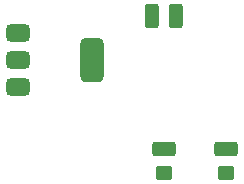
<source format=gbr>
%TF.GenerationSoftware,KiCad,Pcbnew,9.0.6-9.0.6~ubuntu24.04.1*%
%TF.CreationDate,2025-12-31T19:02:38+05:30*%
%TF.ProjectId,wled-esp01-controller,776c6564-2d65-4737-9030-312d636f6e74,rev?*%
%TF.SameCoordinates,PX5ee3fe0PY57f9f90*%
%TF.FileFunction,Paste,Bot*%
%TF.FilePolarity,Positive*%
%FSLAX46Y46*%
G04 Gerber Fmt 4.6, Leading zero omitted, Abs format (unit mm)*
G04 Created by KiCad (PCBNEW 9.0.6-9.0.6~ubuntu24.04.1) date 2025-12-31 19:02:38*
%MOMM*%
%LPD*%
G01*
G04 APERTURE LIST*
G04 Aperture macros list*
%AMRoundRect*
0 Rectangle with rounded corners*
0 $1 Rounding radius*
0 $2 $3 $4 $5 $6 $7 $8 $9 X,Y pos of 4 corners*
0 Add a 4 corners polygon primitive as box body*
4,1,4,$2,$3,$4,$5,$6,$7,$8,$9,$2,$3,0*
0 Add four circle primitives for the rounded corners*
1,1,$1+$1,$2,$3*
1,1,$1+$1,$4,$5*
1,1,$1+$1,$6,$7*
1,1,$1+$1,$8,$9*
0 Add four rect primitives between the rounded corners*
20,1,$1+$1,$2,$3,$4,$5,0*
20,1,$1+$1,$4,$5,$6,$7,0*
20,1,$1+$1,$6,$7,$8,$9,0*
20,1,$1+$1,$8,$9,$2,$3,0*%
G04 Aperture macros list end*
%ADD10RoundRect,0.250000X0.450000X-0.350000X0.450000X0.350000X-0.450000X0.350000X-0.450000X-0.350000X0*%
%ADD11RoundRect,0.250000X0.770000X-0.350000X0.770000X0.350000X-0.770000X0.350000X-0.770000X-0.350000X0*%
%ADD12RoundRect,0.375000X-0.625000X-0.375000X0.625000X-0.375000X0.625000X0.375000X-0.625000X0.375000X0*%
%ADD13RoundRect,0.500000X-0.500000X-1.400000X0.500000X-1.400000X0.500000X1.400000X-0.500000X1.400000X0*%
%ADD14RoundRect,0.250000X0.350000X0.770000X-0.350000X0.770000X-0.350000X-0.770000X0.350000X-0.770000X0*%
G04 APERTURE END LIST*
D10*
%TO.C,R2*%
X22750000Y2500000D03*
D11*
X22750000Y4500000D03*
%TD*%
D10*
%TO.C,R1*%
X17500000Y2500000D03*
D11*
X17500000Y4500000D03*
%TD*%
D12*
%TO.C,U1*%
X5100000Y9700000D03*
X5100000Y12000000D03*
D13*
X11400000Y12000000D03*
D12*
X5100000Y14300000D03*
%TD*%
D14*
%TO.C,R3*%
X18500000Y15750000D03*
X16500000Y15750000D03*
%TD*%
M02*

</source>
